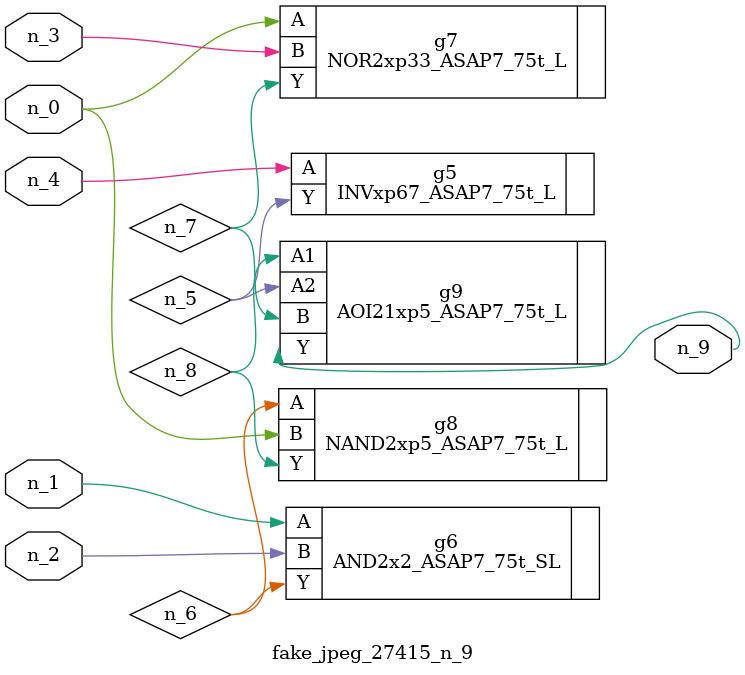
<source format=v>
module fake_jpeg_27415_n_9 (n_3, n_2, n_1, n_0, n_4, n_9);

input n_3;
input n_2;
input n_1;
input n_0;
input n_4;

output n_9;

wire n_8;
wire n_6;
wire n_5;
wire n_7;

INVxp67_ASAP7_75t_L g5 ( 
.A(n_4),
.Y(n_5)
);

AND2x2_ASAP7_75t_SL g6 ( 
.A(n_1),
.B(n_2),
.Y(n_6)
);

NOR2xp33_ASAP7_75t_L g7 ( 
.A(n_0),
.B(n_3),
.Y(n_7)
);

NAND2xp5_ASAP7_75t_L g8 ( 
.A(n_6),
.B(n_0),
.Y(n_8)
);

AOI21xp5_ASAP7_75t_L g9 ( 
.A1(n_8),
.A2(n_5),
.B(n_7),
.Y(n_9)
);


endmodule
</source>
